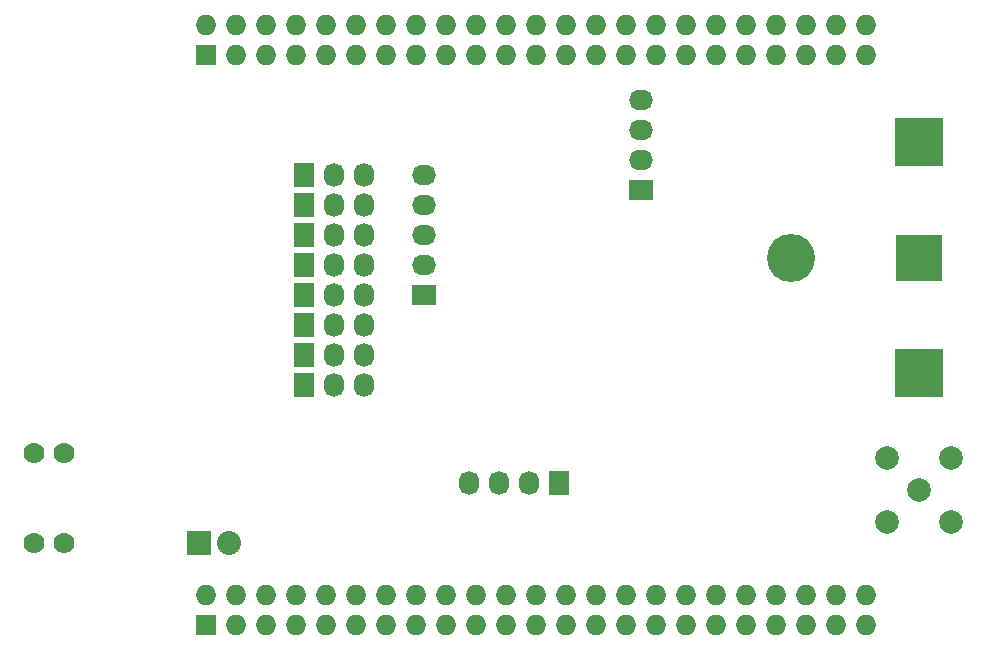
<source format=gbr>
%FSLAX46Y46*%
G04 Gerber Fmt 4.6, Leading zero omitted, Abs format (unit mm)*
G04 Created by KiCad (PCBNEW (2014-09-22 BZR 5144)-product) date Wed 01 Oct 2014 10:30:45 AM CEST*
%MOMM*%
G01*
G04 APERTURE LIST*
%ADD10C,0.100000*%
%ADD11R,4.170000X4.170000*%
%ADD12R,3.960000X3.960000*%
%ADD13C,1.998980*%
%ADD14R,2.032000X2.032000*%
%ADD15O,2.032000X2.032000*%
%ADD16R,1.727200X2.032000*%
%ADD17O,1.727200X2.032000*%
%ADD18R,1.727200X1.727200*%
%ADD19O,1.727200X1.727200*%
%ADD20R,2.032000X1.727200*%
%ADD21O,2.032000X1.727200*%
%ADD22C,1.778000*%
%ADD23C,4.064000*%
G04 APERTURE END LIST*
D10*
D11*
X182245000Y-79130000D03*
X182245000Y-98670000D03*
D12*
X182245000Y-88900000D03*
D13*
X182245000Y-108585000D03*
X184945020Y-111285020D03*
X184945020Y-105884980D03*
X179544980Y-105884980D03*
X179544980Y-111285020D03*
D14*
X121285000Y-113030000D03*
D15*
X123825000Y-113030000D03*
D16*
X130175000Y-81915000D03*
D17*
X132715000Y-81915000D03*
X135255000Y-81915000D03*
D16*
X130175000Y-84455000D03*
D17*
X132715000Y-84455000D03*
X135255000Y-84455000D03*
D16*
X130175000Y-86995000D03*
D17*
X132715000Y-86995000D03*
X135255000Y-86995000D03*
D16*
X130175000Y-89535000D03*
D17*
X132715000Y-89535000D03*
X135255000Y-89535000D03*
D16*
X130175000Y-92075000D03*
D17*
X132715000Y-92075000D03*
X135255000Y-92075000D03*
D16*
X130175000Y-94615000D03*
D17*
X132715000Y-94615000D03*
X135255000Y-94615000D03*
D16*
X130175000Y-97155000D03*
D17*
X132715000Y-97155000D03*
X135255000Y-97155000D03*
D18*
X121920000Y-71755000D03*
D19*
X121920000Y-69215000D03*
X124460000Y-71755000D03*
X124460000Y-69215000D03*
X127000000Y-71755000D03*
X127000000Y-69215000D03*
X129540000Y-71755000D03*
X129540000Y-69215000D03*
X132080000Y-71755000D03*
X132080000Y-69215000D03*
X134620000Y-71755000D03*
X134620000Y-69215000D03*
X137160000Y-71755000D03*
X137160000Y-69215000D03*
X139700000Y-71755000D03*
X139700000Y-69215000D03*
X142240000Y-71755000D03*
X142240000Y-69215000D03*
X144780000Y-71755000D03*
X144780000Y-69215000D03*
X147320000Y-71755000D03*
X147320000Y-69215000D03*
X149860000Y-71755000D03*
X149860000Y-69215000D03*
X152400000Y-71755000D03*
X152400000Y-69215000D03*
X154940000Y-71755000D03*
X154940000Y-69215000D03*
X157480000Y-71755000D03*
X157480000Y-69215000D03*
X160020000Y-71755000D03*
X160020000Y-69215000D03*
X162560000Y-71755000D03*
X162560000Y-69215000D03*
X165100000Y-71755000D03*
X165100000Y-69215000D03*
X167640000Y-71755000D03*
X167640000Y-69215000D03*
X170180000Y-71755000D03*
X170180000Y-69215000D03*
X172720000Y-71755000D03*
X172720000Y-69215000D03*
X175260000Y-71755000D03*
X175260000Y-69215000D03*
X177800000Y-71755000D03*
X177800000Y-69215000D03*
D18*
X121920000Y-120015000D03*
D19*
X121920000Y-117475000D03*
X124460000Y-120015000D03*
X124460000Y-117475000D03*
X127000000Y-120015000D03*
X127000000Y-117475000D03*
X129540000Y-120015000D03*
X129540000Y-117475000D03*
X132080000Y-120015000D03*
X132080000Y-117475000D03*
X134620000Y-120015000D03*
X134620000Y-117475000D03*
X137160000Y-120015000D03*
X137160000Y-117475000D03*
X139700000Y-120015000D03*
X139700000Y-117475000D03*
X142240000Y-120015000D03*
X142240000Y-117475000D03*
X144780000Y-120015000D03*
X144780000Y-117475000D03*
X147320000Y-120015000D03*
X147320000Y-117475000D03*
X149860000Y-120015000D03*
X149860000Y-117475000D03*
X152400000Y-120015000D03*
X152400000Y-117475000D03*
X154940000Y-120015000D03*
X154940000Y-117475000D03*
X157480000Y-120015000D03*
X157480000Y-117475000D03*
X160020000Y-120015000D03*
X160020000Y-117475000D03*
X162560000Y-120015000D03*
X162560000Y-117475000D03*
X165100000Y-120015000D03*
X165100000Y-117475000D03*
X167640000Y-120015000D03*
X167640000Y-117475000D03*
X170180000Y-120015000D03*
X170180000Y-117475000D03*
X172720000Y-120015000D03*
X172720000Y-117475000D03*
X175260000Y-120015000D03*
X175260000Y-117475000D03*
X177800000Y-120015000D03*
X177800000Y-117475000D03*
D16*
X130175000Y-99695000D03*
D17*
X132715000Y-99695000D03*
X135255000Y-99695000D03*
D20*
X158750000Y-83185000D03*
D21*
X158750000Y-80645000D03*
X158750000Y-78105000D03*
X158750000Y-75565000D03*
D20*
X140335000Y-92075000D03*
D21*
X140335000Y-89535000D03*
X140335000Y-86995000D03*
X140335000Y-84455000D03*
X140335000Y-81915000D03*
D16*
X151765000Y-107950000D03*
D17*
X149225000Y-107950000D03*
X146685000Y-107950000D03*
X144145000Y-107950000D03*
D22*
X107315000Y-113030000D03*
X109855000Y-113030000D03*
X109855000Y-105410000D03*
X107315000Y-105410000D03*
D23*
X171450000Y-88900000D03*
M02*

</source>
